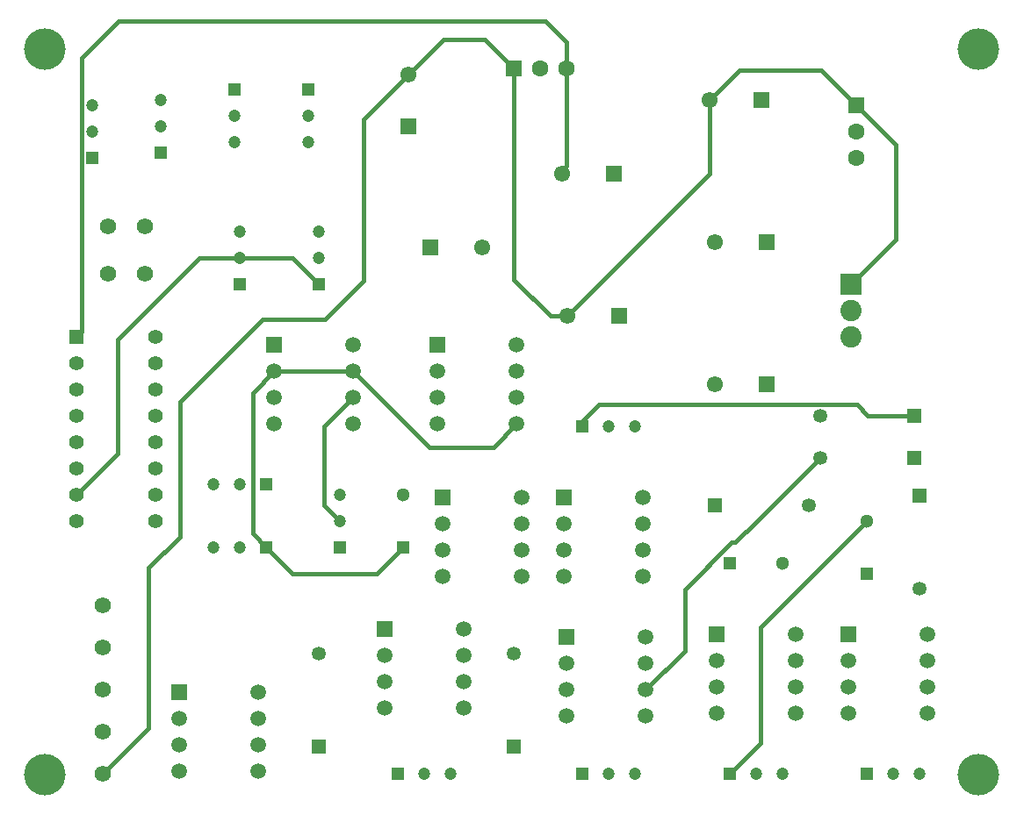
<source format=gtl>
G04*
G04 #@! TF.GenerationSoftware,Altium Limited,Altium Designer,22.8.2 (66)*
G04*
G04 Layer_Physical_Order=1*
G04 Layer_Color=255*
%FSLAX25Y25*%
%MOIN*%
G70*
G04*
G04 #@! TF.SameCoordinates,5F72AED0-B843-43E6-9510-CD6902FEA16C*
G04*
G04*
G04 #@! TF.FilePolarity,Positive*
G04*
G01*
G75*
%ADD16R,0.04724X0.04724*%
%ADD17C,0.04724*%
%ADD18R,0.04724X0.04724*%
%ADD23C,0.06181*%
%ADD24R,0.06102X0.06102*%
%ADD25C,0.06102*%
%ADD26R,0.06102X0.06102*%
%ADD34R,0.08071X0.08071*%
%ADD35C,0.08071*%
%ADD38C,0.01500*%
%ADD39C,0.15748*%
%ADD40C,0.05906*%
%ADD41R,0.05906X0.05906*%
%ADD42C,0.05118*%
%ADD43R,0.05118X0.05118*%
%ADD44R,0.05512X0.05512*%
%ADD45C,0.05512*%
%ADD46C,0.05315*%
%ADD47R,0.05315X0.05315*%
%ADD48R,0.06299X0.06299*%
%ADD49C,0.06299*%
%ADD50R,0.05315X0.05315*%
%ADD51R,0.06299X0.06299*%
%ADD52R,0.05118X0.05118*%
D16*
X131705Y106063D02*
D03*
X93685Y206063D02*
D03*
X123685D02*
D03*
X63705Y256063D02*
D03*
X37685Y254063D02*
D03*
X91685Y280063D02*
D03*
X119685D02*
D03*
D17*
X131705Y116063D02*
D03*
Y126063D02*
D03*
X93685Y130063D02*
D03*
X83685D02*
D03*
X93685Y216063D02*
D03*
Y226063D02*
D03*
X123685Y216063D02*
D03*
Y226063D02*
D03*
X63705Y266063D02*
D03*
Y276063D02*
D03*
X37685Y264063D02*
D03*
Y274063D02*
D03*
X91685Y270063D02*
D03*
Y260063D02*
D03*
X119685Y270063D02*
D03*
Y260063D02*
D03*
X233685Y152043D02*
D03*
X243685D02*
D03*
X341685Y20063D02*
D03*
X351685D02*
D03*
X233685D02*
D03*
X243685D02*
D03*
X289685D02*
D03*
X299685D02*
D03*
X163685D02*
D03*
X173685D02*
D03*
X93685Y106063D02*
D03*
X83685D02*
D03*
D18*
X103685Y130063D02*
D03*
X223685Y152043D02*
D03*
X331685Y20063D02*
D03*
X223685D02*
D03*
X279685D02*
D03*
X153685D02*
D03*
X103685Y106063D02*
D03*
D23*
X43685Y228063D02*
D03*
X57685Y210063D02*
D03*
Y228063D02*
D03*
X43685Y210063D02*
D03*
X41685Y36063D02*
D03*
Y68063D02*
D03*
Y84063D02*
D03*
Y52063D02*
D03*
Y20063D02*
D03*
D24*
X235528Y248063D02*
D03*
X165842Y220063D02*
D03*
X237528Y194063D02*
D03*
X291528Y276063D02*
D03*
X293528Y222063D02*
D03*
X293685Y168063D02*
D03*
D25*
X215843Y248063D02*
D03*
X185528Y220063D02*
D03*
X157685Y285906D02*
D03*
X217843Y194063D02*
D03*
X271843Y276063D02*
D03*
X273843Y222063D02*
D03*
X274000Y168063D02*
D03*
D26*
X157685Y266220D02*
D03*
D34*
X325559Y206043D02*
D03*
D35*
Y196063D02*
D03*
Y186083D02*
D03*
D38*
X93685Y216063D02*
X113685D01*
X123685Y206063D01*
X47244Y141622D02*
Y185039D01*
X78268Y216063D02*
X93685D01*
X47244Y185039D02*
X78268Y216063D01*
X31685Y126063D02*
X47244Y141622D01*
X140619Y207548D02*
Y268840D01*
X102362Y192913D02*
X125984D01*
X59055Y37433D02*
Y98425D01*
X41685Y20063D02*
X59055Y37433D01*
Y98425D02*
X70866Y110236D01*
Y161417D02*
X102362Y192913D01*
X70866Y110236D02*
Y161417D01*
X125984Y192913D02*
X140619Y207548D01*
X217685Y251151D02*
Y288063D01*
X215843Y248063D02*
Y249308D01*
X217685Y251151D01*
Y288063D02*
Y298063D01*
X197685Y207827D02*
Y288063D01*
Y207827D02*
X211449Y194063D01*
X157685Y285906D02*
X170992Y299213D01*
X186535D01*
X197685Y288063D01*
X211449Y194063D02*
X217843D01*
X314347Y287402D02*
X327685Y274063D01*
X271843Y276063D02*
X283181Y287402D01*
X314347D01*
X271843Y248063D02*
Y276063D01*
X217843Y194063D02*
X271843Y248063D01*
X140619Y268840D02*
X157685Y285906D01*
X325559Y206043D02*
X342520Y223004D01*
Y259228D01*
X327685Y274063D02*
X342520Y259228D01*
X291339Y31716D02*
Y75717D01*
X331685Y116063D01*
X279685Y20063D02*
X291339Y31716D01*
X285968Y112063D02*
X313968Y140063D01*
X285685Y112063D02*
X285968D01*
X313968Y140063D02*
Y140063D01*
X280375Y108063D02*
X281685D01*
X262506Y66884D02*
Y90194D01*
X281685Y108063D02*
X285685Y112063D01*
X262506Y90194D02*
X280375Y108063D01*
X125685Y152063D02*
X136685Y163063D01*
X125685Y122063D02*
Y152063D01*
X145685Y96063D02*
X155685Y106063D01*
X113685Y96063D02*
X145685D01*
X103685Y106063D02*
X113685Y96063D01*
X98425Y111323D02*
X103685Y106063D01*
X98425Y111323D02*
Y164803D01*
X106685Y173063D01*
X136685D01*
X31685Y186063D02*
X33685Y188063D01*
Y292063D01*
X47685Y306063D01*
X136685Y173063D02*
X165599Y144149D01*
X47685Y306063D02*
X209685D01*
X206432Y288063D02*
X207685D01*
X223685Y154063D02*
X229892Y160271D01*
X209685Y306063D02*
X217685Y298063D01*
X247685Y52063D02*
X262506Y66884D01*
X327756Y160271D02*
X331964Y156063D01*
X349402D01*
X229892Y160271D02*
X327756D01*
X125685Y122063D02*
X131685Y116063D01*
X189771Y144149D02*
X198685Y153063D01*
X165599Y144149D02*
X189771D01*
D39*
X374016Y295276D02*
D03*
Y19685D02*
D03*
X19685Y295276D02*
D03*
Y19685D02*
D03*
D40*
X200685Y95063D02*
D03*
Y105063D02*
D03*
Y115063D02*
D03*
Y125063D02*
D03*
X170685Y95063D02*
D03*
Y105063D02*
D03*
Y115063D02*
D03*
X246685Y95063D02*
D03*
Y105063D02*
D03*
Y115063D02*
D03*
Y125063D02*
D03*
X216685Y95063D02*
D03*
Y105063D02*
D03*
Y115063D02*
D03*
X136685Y153063D02*
D03*
Y163063D02*
D03*
Y173063D02*
D03*
Y183063D02*
D03*
X106685Y153063D02*
D03*
Y163063D02*
D03*
Y173063D02*
D03*
X198685Y153063D02*
D03*
Y163063D02*
D03*
Y173063D02*
D03*
Y183063D02*
D03*
X168685Y153063D02*
D03*
Y163063D02*
D03*
Y173063D02*
D03*
X354685Y43063D02*
D03*
Y53063D02*
D03*
Y63063D02*
D03*
Y73063D02*
D03*
X324685Y43063D02*
D03*
Y53063D02*
D03*
Y63063D02*
D03*
X100685Y21063D02*
D03*
Y31063D02*
D03*
Y41063D02*
D03*
Y51063D02*
D03*
X70685Y21063D02*
D03*
Y31063D02*
D03*
Y41063D02*
D03*
X304685Y43063D02*
D03*
Y53063D02*
D03*
Y63063D02*
D03*
Y73063D02*
D03*
X274685Y43063D02*
D03*
Y53063D02*
D03*
Y63063D02*
D03*
X178685Y45063D02*
D03*
Y55063D02*
D03*
Y65063D02*
D03*
Y75063D02*
D03*
X148685Y45063D02*
D03*
Y55063D02*
D03*
Y65063D02*
D03*
X247685Y42063D02*
D03*
Y52063D02*
D03*
Y62063D02*
D03*
Y72063D02*
D03*
X217685Y42063D02*
D03*
Y52063D02*
D03*
Y62063D02*
D03*
D41*
X170685Y125063D02*
D03*
X216685D02*
D03*
X106685Y183063D02*
D03*
X168685D02*
D03*
X324685Y73063D02*
D03*
X70685Y51063D02*
D03*
X274685Y73063D02*
D03*
X148685Y75063D02*
D03*
X217685Y72063D02*
D03*
D42*
X155685Y126063D02*
D03*
X299685Y100063D02*
D03*
X331685Y116063D02*
D03*
D43*
X155685Y106063D02*
D03*
X331685Y96063D02*
D03*
D44*
X31685Y186063D02*
D03*
D45*
Y176063D02*
D03*
Y166063D02*
D03*
Y156063D02*
D03*
Y146063D02*
D03*
Y136063D02*
D03*
Y126063D02*
D03*
Y116063D02*
D03*
X61685Y186063D02*
D03*
Y176063D02*
D03*
Y166063D02*
D03*
Y156063D02*
D03*
Y146063D02*
D03*
Y136063D02*
D03*
Y126063D02*
D03*
Y116063D02*
D03*
D46*
X351685Y90346D02*
D03*
X313968Y140063D02*
D03*
X309402Y122063D02*
D03*
X313968Y156063D02*
D03*
X123685Y65780D02*
D03*
X197685D02*
D03*
D47*
X351685Y125779D02*
D03*
X123685Y30346D02*
D03*
X197685D02*
D03*
D48*
X327685Y274063D02*
D03*
D49*
Y264063D02*
D03*
Y254063D02*
D03*
X207685Y288063D02*
D03*
X217685D02*
D03*
D50*
X349402Y140063D02*
D03*
X273969Y122063D02*
D03*
X349402Y156063D02*
D03*
D51*
X197685Y288063D02*
D03*
D52*
X279685Y100063D02*
D03*
M02*

</source>
